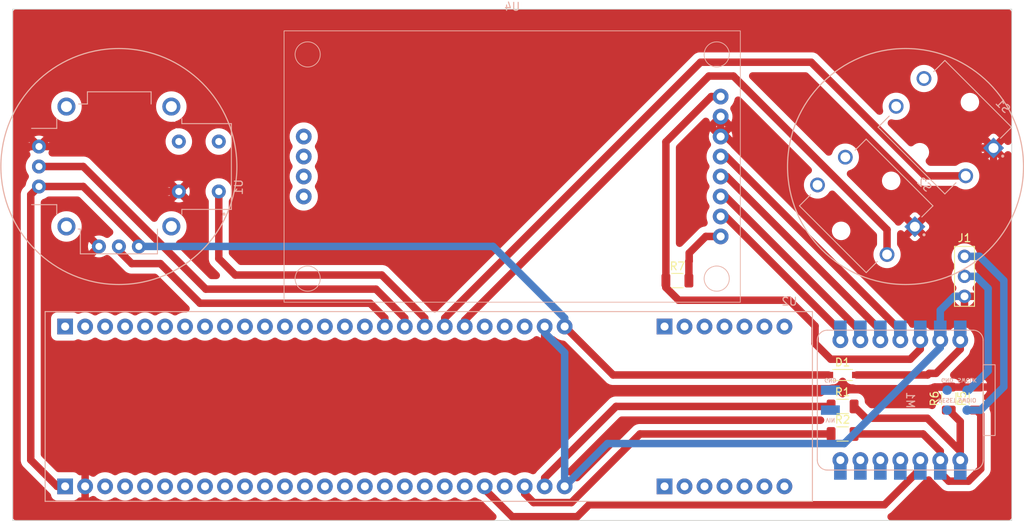
<source format=kicad_pcb>
(kicad_pcb (version 20240108) (generator "pcbnew") (generator_version "8.0")
  (layers (0 "F.Cu" signal) (31 "B.Cu" signal) (34 "B.Paste" user) (35 "F.Paste" user) (36 "B.SilkS" user "B.Silkscreen") (37 "F.SilkS" user "F.Silkscreen") (38 "B.Mask" user) (39 "F.Mask" user) (44 "Edge.Cuts" user))
  (net 0 "")
  (net 1 "+5V")
  (net 2 "GND")
  (net 3 "Net-(U1-SEL+)")
  (net 4 "Net-(U1-H)")
  (net 5 "Net-(U1-V)")
  (net 6 "Net-(U2B-P1.4{slash}GPIO)")
  (net 7 "Net-(U2B-P1.3{slash}GPIO)")
  (net 44 "Net-(D1-K)")
  (net 45 "Net-(J1-Pin_2)")
  (net 46 "Net-(J1-Pin_1)")
  (net 47 "Net-(M1-D0)")
  (net 48 "Net-(M1-D1)")
  (net 49 "Net-(M1-D2)")
  (net 54 "Net-(M1-D7)")
  (net 55 "Net-(M1-D8)")
  (net 56 "Net-(M1-D9)")
  (net 57 "Net-(M1-D10)")
  (net 58 "+3.3V")
  (net 63 "Net-(U2B-P3.0{slash}GPIO)")
  (net 64 "Net-(U2B-P3.1{slash}GPIO)")
  (net 66 "Net-(U4-LED)")
  (footprint "Resistor_SMD:R_1206_3216Metric" (layer "F.Cu") (at 142 134)
    (property "Reference" "R2" (at 0 -1.82 0) (layer "F.SilkS"))
    (property "Value" "2.2kΩ")
    (fp_line (start -0.727064 -0.91) (end 0.727064 -0.91) (stroke (width 0.12)) (layer "F.SilkS"))
    (fp_line (start -0.727064 0.91) (end 0.727064 0.91) (stroke (width 0.12)) (layer "F.SilkS"))
    (pad "1" smd roundrect (at -1.4625 0) (size 1.125 1.75) (layers "F.Cu" "F.Paste" "F.Mask") (roundrect_rratio 0.222222) (net 64 "Net-(U2B-P3.1{slash}GPIO)"))
    (pad "2" smd roundrect (at 1.4625 0) (size 1.125 1.75) (layers "F.Cu" "F.Paste" "F.Mask") (roundrect_rratio 0.222222) (net 48 "Net-(M1-D1)"))
  )
  (footprint "fab:SOD-123" (layer "F.Cu") (at 142 126.5 180)
    (property "Reference" "D1" (at 0 1.6 180) (layer "F.SilkS"))
    (property "Value" "Diode")
    (fp_line (start -1.25 0.7) (end 1.25 0.7) (stroke (width 0.12)) (layer "F.SilkS"))
    (fp_line (start -1.25 -0.7) (end 1.25 -0.7) (stroke (width 0.12)) (layer "F.SilkS"))
    (pad "1" smd rect (at -1.8 0 180) (size 1.2 0.8) (layers "F.Cu" "F.Paste" "F.Mask") (net 44 "Net-(D1-K)"))
    (pad "2" smd rect (at 1.8 0 180) (size 1.2 0.8) (layers "F.Cu" "F.Paste" "F.Mask") (net 1 "+5V"))
  )
  (footprint "Resistor_SMD:R_1206_3216Metric" (layer "F.Cu") (at 142 130.5)
    (property "Reference" "R1" (at 0 -1.82 0) (layer "F.SilkS"))
    (property "Value" "2.2kΩ" (hide yes))
    (fp_line (start -0.727064 -0.91) (end 0.727064 -0.91) (stroke (width 0.12)) (layer "F.SilkS"))
    (fp_line (start -0.727064 0.91) (end 0.727064 0.91) (stroke (width 0.12)) (layer "F.SilkS"))
    (pad "1" smd roundrect (at -1.4625 0) (size 1.125 1.75) (layers "F.Cu" "F.Paste" "F.Mask") (roundrect_rratio 0.222222) (net 63 "Net-(U2B-P3.0{slash}GPIO)"))
    (pad "2" smd roundrect (at 1.4625 0) (size 1.125 1.75) (layers "F.Cu" "F.Paste" "F.Mask") (roundrect_rratio 0.222222) (net 47 "Net-(M1-D0)"))
  )
  (footprint "fab:PinHeader_1x03_P2.54mm_Vertical_THT_D1mm" (layer "F.Cu") (at 157.5 111.42)
    (property "Reference" "J1" (at 0 -2.33 0) (layer "F.SilkS"))
    (property "Value" "SWD")
    (fp_line (start -1.27 -1.27) (end -1.27 6.35) (stroke (width 0.12)) (layer "F.SilkS"))
    (fp_line (start -1.27 -1.27) (end 1.27 -1.27) (stroke (width 0.12)) (layer "F.SilkS"))
    (fp_line (start -1.27 6.35) (end 1.27 6.35) (stroke (width 0.12)) (layer "F.SilkS"))
    (fp_line (start 1.27 -1.27) (end 1.27 6.35) (stroke (width 0.12)) (layer "F.SilkS"))
    (pad "1" thru_hole oval (at 0 0) (size 1.7 1.7) (drill 1) (layers "*.Cu" "*.Mask") (net 46 "Net-(J1-Pin_1)"))
    (pad "2" thru_hole oval (at 0 2.54) (size 1.7 1.7) (drill 1) (layers "*.Cu" "*.Mask") (net 45 "Net-(J1-Pin_2)"))
    (pad "3" thru_hole oval (at 0 5.08) (size 1.7 1.7) (drill 1) (layers "*.Cu" "*.Mask") (net 2 "GND"))
  )
  (footprint "Resistor_SMD:R_1206_3216Metric" (layer "F.Cu") (at 121 114.5)
    (property "Reference" "R7" (at 0 -1.82 0) (layer "F.SilkS"))
    (property "Value" "110Ω")
    (fp_line (start -0.727064 -0.91) (end 0.727064 -0.91) (stroke (width 0.12)) (layer "F.SilkS"))
    (fp_line (start -0.727064 0.91) (end 0.727064 0.91) (stroke (width 0.12)) (layer "F.SilkS"))
    (pad "1" smd roundrect (at -1.4625 0) (size 1.125 1.75) (layers "F.Cu" "F.Paste" "F.Mask") (roundrect_rratio 0.222222) (net 58 "+3.3V"))
    (pad "2" smd roundrect (at 1.4625 0) (size 1.125 1.75) (layers "F.Cu" "F.Paste" "F.Mask") (roundrect_rratio 0.222222) (net 66 "Net-(U4-LED)"))
  )
  (footprint "Resistor_SMD:R_1206_3216Metric" (layer "F.Cu") (at 155.5 129.5 90)
    (property "Reference" "R6" (at 0 -1.82 -90) (layer "F.SilkS"))
    (property "Value" "3.3kΩ")
    (fp_line (start -0.727064 -0.91) (end 0.727064 -0.91) (stroke (width 0.12)) (layer "F.SilkS"))
    (fp_line (start -0.727064 0.91) (end 0.727064 0.91) (stroke (width 0.12)) (layer "F.SilkS"))
    (pad "1" smd roundrect (at -1.4625 0 90) (size 1.125 1.75) (layers "F.Cu" "F.Paste" "F.Mask") (roundrect_rratio 0.222222) (net 47 "Net-(M1-D0)"))
    (pad "2" smd roundrect (at 1.4625 0 90) (size 1.125 1.75) (layers "F.Cu" "F.Paste" "F.Mask") (roundrect_rratio 0.222222) (net 2 "GND"))
  )
  (footprint "Resistor_SMD:R_1206_3216Metric" (layer "F.Cu") (at 159 129.5 90)
    (property "Reference" "R5" (at 0 -1.82 -90) (layer "F.SilkS"))
    (property "Value" "3.3kΩ")
    (fp_line (start -0.727064 -0.91) (end 0.727064 -0.91) (stroke (width 0.12)) (layer "F.SilkS"))
    (fp_line (start -0.727064 0.91) (end 0.727064 0.91) (stroke (width 0.12)) (layer "F.SilkS"))
    (pad "1" smd roundrect (at -1.4625 0 90) (size 1.125 1.75) (layers "F.Cu" "F.Paste" "F.Mask") (roundrect_rratio 0.222222) (net 48 "Net-(M1-D1)"))
    (pad "2" smd roundrect (at 1.4625 0 90) (size 1.125 1.75) (layers "F.Cu" "F.Paste" "F.Mask") (roundrect_rratio 0.222222) (net 2 "GND"))
  )
  (footprint "B3F-4055:SW_B3F-4055" (layer "B.Cu") (at 145 105 135)
    (property "Reference" "S2" (at -3.325 7.135 135) (layer "B.SilkS") (effects (justify mirror)))
    (property "Value" "B3F-4055")
    (fp_line (start 6 -6) (end 6 -4) (stroke (width 0.127)) (layer "B.SilkS"))
    (fp_line (start 6 6) (end 6 4) (stroke (width 0.127)) (layer "B.SilkS"))
    (fp_line (start -6 -6) (end 6 -6) (stroke (width 0.127)) (layer "B.SilkS"))
    (fp_line (start -6 -4) (end -6 -6) (stroke (width 0.127)) (layer "B.SilkS"))
    (fp_line (start -6 4) (end -6 6) (stroke (width 0.127)) (layer "B.SilkS"))
    (fp_line (start -6 6) (end 6 6) (stroke (width 0.127)) (layer "B.SilkS"))
    (fp_circle (center -7.8 2.600001) (end -7.7 2.6) (stroke (width 0.2)) (fill none) (layer "B.SilkS"))
    (pad "" np_thru_hole circle (at 0 -4.500001 135) (size 1.85 1.85) (drill 1.85) (layers "*.Cu" "*.Mask"))
    (pad "" np_thru_hole circle (at 0 4.500001 135) (size 1.85 1.85) (drill 1.85) (layers "*.Cu" "*.Mask"))
    (pad "1" thru_hole rect (at -6.249999 2.5 135) (size 1.875 1.875) (drill 1.25) (layers "*.Cu" "*.Mask") (net 2 "GND"))
    (pad "2" thru_hole circle (at 6.249999 2.5 135) (size 1.875 1.875) (drill 1.25) (layers "*.Cu" "*.Mask"))
    (pad "3" thru_hole circle (at -6.249999 -2.5 135) (size 1.875 1.875) (drill 1.25) (layers "*.Cu" "*.Mask") (net 6 "Net-(U2B-P1.4{slash}GPIO)"))
    (pad "4" thru_hole circle (at 6.249999 -2.5 135) (size 1.875 1.875) (drill 1.25) (layers "*.Cu" "*.Mask"))
  )
  (footprint "Display:ST7735" (layer "B.Cu") (at 100 100 180)
    (property "Reference" "U4" (at 0 20.32 0) (layer "B.SilkS") (effects (justify mirror)))
    (property "Value" "~")
    (fp_rect (start -29 17.25) (end 29 -17.25) (stroke (width 0.1)) (fill none) (layer "B.SilkS"))
    (fp_circle (center 26 14.25) (end 27.6 14.25) (stroke (width 0.1)) (fill none) (layer "B.SilkS"))
    (fp_circle (center 26 -14.25) (end 27.6 -14.25) (stroke (width 0.1)) (fill none) (layer "B.SilkS"))
    (fp_circle (center -26 14.25) (end -24.4 14.25) (stroke (width 0.1)) (fill none) (layer "B.SilkS"))
    (fp_circle (center -26 -14.25) (end -24.4 -14.25) (stroke (width 0.1)) (fill none) (layer "B.SilkS"))
    (pad "1" thru_hole oval (at -26.5 8.89 270) (size 2 2) (drill 1.02) (layers "*.Cu" "*.Mask") (net 58 "+3.3V"))
    (pad "2" thru_hole oval (at -26.5 6.35 270) (size 2 2) (drill 1.02) (layers "*.Cu" "*.Mask") (net 2 "GND"))
    (pad "3" thru_hole oval (at -26.5 3.81 270) (size 2 2) (drill 1.02) (layers "*.Cu" "*.Mask") (net 2 "GND"))
    (pad "4" thru_hole oval (at -26.5 1.27 270) (size 2 2) (drill 1.02) (layers "*.Cu" "*.Mask") (net 57 "Net-(M1-D10)"))
    (pad "5" thru_hole oval (at -26.5 -1.27 270) (size 2 2) (drill 1.02) (layers "*.Cu" "*.Mask") (net 56 "Net-(M1-D9)"))
    (pad "6" thru_hole oval (at -26.5 -3.81 270) (size 2 2) (drill 1.02) (layers "*.Cu" "*.Mask") (net 55 "Net-(M1-D8)"))
    (pad "7" thru_hole oval (at -26.5 -6.35 270) (size 2 2) (drill 1.02) (layers "*.Cu" "*.Mask") (net 54 "Net-(M1-D7)"))
    (pad "8" thru_hole oval (at -26.5 -8.89 270) (size 2 2) (drill 1.02) (layers "*.Cu" "*.Mask") (net 66 "Net-(U4-LED)"))
    (pad "9" thru_hole oval (at 26.5 3.81 270) (size 2 2) (drill 1.02) (layers "*.Cu" "*.Mask"))
    (pad "10" thru_hole oval (at 26.5 1.27 90) (size 2 2) (drill 1.02) (layers "*.Cu" "*.Mask"))
    (pad "11" thru_hole oval (at 26.5 -1.27 270) (size 2 2) (drill 1.02) (layers "*.Cu" "*.Mask"))
    (pad "12" thru_hole oval (at 26.5 -3.81 270) (size 2 2) (drill 1.02) (layers "*.Cu" "*.Mask"))
  )
  (footprint "CY8C58LP:MODULE_CY8CKIT-059" (layer "B.Cu") (at 88.8875 130.5 180)
    (property "Reference" "U2" (at -46.355 13.335 0) (layer "B.SilkS") (effects (justify mirror)))
    (property "Value" "CY8CKIT-059")
    (fp_line (start 48.26 12.0574) (end -49.276 12.0574) (stroke (width 0.127)) (layer "B.SilkS"))
    (fp_line (start 48.26 -12.065) (end 48.26 12.0574) (stroke (width 0.127)) (layer "B.SilkS"))
    (fp_line (start -49.276 12.0574) (end -49.276 -12.065) (stroke (width 0.127)) (layer "B.SilkS"))
    (fp_line (start -49.276 -12.065) (end 48.26 -12.065) (stroke (width 0.127)) (layer "B.SilkS"))
    (pad "J1.1" thru_hole rect (at 45.72 10.16 180) (size 2 2) (drill 1.02) (layers "*.Cu" "*.Mask"))
    (pad "J1.2" thru_hole circle (at 43.18 10.16 180) (size 2 2) (drill 1.02) (layers "*.Cu" "*.Mask"))
    (pad "J1.3" thru_hole circle (at 40.64 10.16 180) (size 2 2) (drill 1.02) (layers "*.Cu" "*.Mask"))
    (pad "J1.4" thru_hole circle (at 38.1 10.16 180) (size 2 2) (drill 1.02) (layers "*.Cu" "*.Mask"))
    (pad "J1.5" thru_hole circle (at 35.56 10.16 180) (size 2 2) (drill 1.02) (layers "*.Cu" "*.Mask"))
    (pad "J1.6" thru_hole circle (at 33.02 10.16 180) (size 2 2) (drill 1.02) (layers "*.Cu" "*.Mask"))
    (pad "J1.7" thru_hole circle (at 30.48 10.16 180) (size 2 2) (drill 1.02) (layers "*.Cu" "*.Mask"))
    (pad "J1.8" thru_hole circle (at 27.94 10.16 180) (size 2 2) (drill 1.02) (layers "*.Cu" "*.Mask"))
    (pad "J1.9" thru_hole circle (at 25.4 10.16 180) (size 2 2) (drill 1.02) (layers "*.Cu" "*.Mask"))
    (pad "J1.10" thru_hole circle (at 22.86 10.16 180) (size 2 2) (drill 1.02) (layers "*.Cu" "*.Mask"))
    (pad "J1.11" thru_hole circle (at 20.32 10.16 180) (size 2 2) (drill 1.02) (layers "*.Cu" "*.Mask"))
    (pad "J1.12" thru_hole circle (at 17.78 10.16 180) (size 2 2) (drill 1.02) (layers "*.Cu" "*.Mask"))
    (pad "J1.13" thru_hole circle (at 15.24 10.16 180) (size 2 2) (drill 1.02) (layers "*.Cu" "*.Mask"))
    (pad "J1.14" thru_hole circle (at 12.7 10.16 180) (size 2 2) (drill 1.02) (layers "*.Cu" "*.Mask"))
    (pad "J1.15" thru_hole circle (at 10.16 10.16 180) (size 2 2) (drill 1.02) (layers "*.Cu" "*.Mask"))
    (pad "J1.16" thru_hole circle (at 7.62 10.16 180) (size 2 2) (drill 1.02) (layers "*.Cu" "*.Mask"))
    (pad "J1.17" thru_hole circle (at 5.08 10.16 180) (size 2 2) (drill 1.02) (layers "*.Cu" "*.Mask") (net 5 "Net-(U1-V)"))
    (pad "J1.18" thru_hole circle (at 2.54 10.16 180) (size 2 2) (drill 1.02) (layers "*.Cu" "*.Mask") (net 4 "Net-(U1-H)"))
    (pad "J1.19" thru_hole circle (at 0 10.16 180) (size 2 2) (drill 1.02) (layers "*.Cu" "*.Mask") (net 3 "Net-(U1-SEL+)"))
    (pad "J1.20" thru_hole circle (at -2.54 10.16 180) (size 2 2) (drill 1.02) (layers "*.Cu" "*.Mask") (net 7 "Net-(U2B-P1.3{slash}GPIO)"))
    (pad "J1.21" thru_hole circle (at -5.08 10.16 180) (size 2 2) (drill 1.02) (layers "*.Cu" "*.Mask") (net 6 "Net-(U2B-P1.4{slash}GPIO)"))
    (pad "J1.22" thru_hole circle (at -7.62 10.16 180) (size 2 2) (drill 1.02) (layers "*.Cu" "*.Mask"))
    (pad "J1.23" thru_hole circle (at -10.16 10.16 180) (size 2 2) (drill 1.02) (layers "*.Cu" "*.Mask"))
    (pad "J1.24" thru_hole circle (at -12.7 10.16 180) (size 2 2) (drill 1.02) (layers "*.Cu" "*.Mask"))
    (pad "J1.25" thru_hole circle (at -15.24 10.16 180) (size 2 2) (drill 1.02) (layers "*.Cu" "*.Mask") (net 2 "GND"))
    (pad "J1.26" thru_hole circle (at -17.78 10.16 180) (size 2 2) (drill 1.02) (layers "*.Cu" "*.Mask") (net 1 "+5V"))
    (pad "J2.1" thru_hole rect (at 45.72 -10.16 180) (size 2 2) (drill 1.02) (layers "*.Cu" "*.Mask") (net 1 "+5V"))
    (pad "J2.2" thru_hole circle (at 43.18 -10.16 180) (size 2 2) (drill 1.02) (layers "*.Cu" "*.Mask") (net 2 "GND"))
    (pad "J2.3" thru_hole circle (at 40.64 -10.16 180) (size 2 2) (drill 1.02) (layers "*.Cu" "*.Mask"))
    (pad "J2.4" thru_hole circle (at 38.1 -10.16 180) (size 2 2) (drill 1.02) (layers "*.Cu" "*.Mask"))
    (pad "J2.5" thru_hole circle (at 35.56 -10.16 180) (size 2 2) (drill 1.02) (layers "*.Cu" "*.Mask"))
    (pad "J2.6" thru_hole circle (at 33.02 -10.16 180) (size 2 2) (drill 1.02) (layers "*.Cu" "*.Mask"))
    (pad "J2.7" thru_hole circle (at 30.48 -10.16 180) (size 2 2) (drill 1.02) (layers "*.Cu" "*.Mask"))
    (pad "J2.8" thru_hole circle (at 27.94 -10.16 180) (size 2 2) (drill 1.02) (layers "*.Cu" "*.Mask"))
    (pad "J2.9" thru_hole circle (at 25.4 -10.16 180) (size 2 2) (drill 1.02) (layers "*.Cu" "*.Mask"))
    (pad "J2.10" thru_hole circle (at 22.86 -10.16 180) (size 2 2) (drill 1.02) (layers "*.Cu" "*.Mask"))
    (pad "J2.11" thru_hole circle (at 20.32 -10.16 180) (size 2 2) (drill 1.02) (layers "*.Cu" "*.Mask"))
    (pad "J2.12" thru_hole circle (at 17.78 -10.16 180) (size 2 2) (drill 1.02) (layers "*.Cu" "*.Mask"))
    (pad "J2.13" thru_hole circle (at 15.24 -10.16 180) (size 2 2) (drill 1.02) (layers "*.Cu" "*.Mask"))
    (pad "J2.14" thru_hole circle (at 12.7 -10.16 180) (size 2 2) (drill 1.02) (layers "*.Cu" "*.Mask"))
    (pad "J2.15" thru_hole circle (at 10.16 -10.16 180) (size 2 2) (drill 1.02) (layers "*.Cu" "*.Mask"))
    (pad "J2.16" thru_hole circle (at 7.62 -10.16 180) (size 2 2) (drill 1.02) (layers "*.Cu" "*.Mask"))
    (pad "J2.17" thru_hole circle (at 5.08 -10.16 180) (size 2 2) (drill 1.02) (layers "*.Cu" "*.Mask"))
    (pad "J2.18" thru_hole circle (at 2.54 -10.16 180) (size 2 2) (drill 1.02) (layers "*.Cu" "*.Mask"))
    (pad "J2.19" thru_hole circle (at 0 -10.16 180) (size 2 2) (drill 1.02) (layers "*.Cu" "*.Mask"))
    (pad "J2.20" thru_hole circle (at -2.54 -10.16 180) (size 2 2) (drill 1.02) (layers "*.Cu" "*.Mask"))
    (pad "J2.21" thru_hole circle (at -5.08 -10.16 180) (size 2 2) (drill 1.02) (layers "*.Cu" "*.Mask"))
    (pad "J2.22" thru_hole circle (at -7.62 -10.16 180) (size 2 2) (drill 1.02) (layers "*.Cu" "*.Mask") (net 49 "Net-(M1-D2)"))
    (pad "J2.23" thru_hole circle (at -10.16 -10.16 180) (size 2 2) (drill 1.02) (layers "*.Cu" "*.Mask"))
    (pad "J2.24" thru_hole circle (at -12.7 -10.16 180) (size 2 2) (drill 1.02) (layers "*.Cu" "*.Mask") (net 64 "Net-(U2B-P3.1{slash}GPIO)"))
    (pad "J2.25" thru_hole circle (at -15.24 -10.16 180) (size 2 2) (drill 1.02) (layers "*.Cu" "*.Mask") (net 63 "Net-(U2B-P3.0{slash}GPIO)"))
    (pad "J2.26" thru_hole circle (at -17.78 -10.16 180) (size 2 2) (drill 1.02) (layers "*.Cu" "*.Mask") (net 2 "GND"))
    (pad "J8.1" thru_hole rect (at -30.48 -10.16 180) (size 2 2) (drill 1.02) (layers "*.Cu" "*.Mask"))
    (pad "J8.2" thru_hole circle (at -33.02 -10.16 180) (size 2 2) (drill 1.02) (layers "*.Cu" "*.Mask"))
    (pad "J8.3" thru_hole circle (at -35.56 -10.16 180) (size 2 2) (drill 1.02) (layers "*.Cu" "*.Mask"))
    (pad "J8.4" thru_hole circle (at -38.1 -10.16 180) (size 2 2) (drill 1.02) (layers "*.Cu" "*.Mask"))
    (pad "J8.5" thru_hole circle (at -40.64 -10.16 180) (size 2 2) (drill 1.02) (layers "*.Cu" "*.Mask"))
    (pad "J8.6" thru_hole circle (at -43.18 -10.16 180) (size 2 2) (drill 1.02) (layers "*.Cu" "*.Mask"))
    (pad "J8.7" thru_hole circle (at -45.72 -10.16 180) (size 2 2) (drill 1.02) (layers "*.Cu" "*.Mask"))
    (pad "J9.1" thru_hole rect (at -30.48 10.16 180) (size 2 2) (drill 1.02) (layers "*.Cu" "*.Mask"))
    (pad "J9.2" thru_hole circle (at -33.02 10.16 180) (size 2 2) (drill 1.02) (layers "*.Cu" "*.Mask"))
    (pad "J9.3" thru_hole circle (at -35.56 10.16 180) (size 2 2) (drill 1.02) (layers "*.Cu" "*.Mask"))
    (pad "J9.4" thru_hole circle (at -38.1 10.16 180) (size 2 2) (drill 1.02) (layers "*.Cu" "*.Mask"))
    (pad "J9.5" thru_hole circle (at -40.64 10.16 180) (size 2 2) (drill 1.02) (layers "*.Cu" "*.Mask"))
    (pad "J9.6" thru_hole circle (at -43.18 10.16 180) (size 2 2) (drill 1.02) (layers "*.Cu" "*.Mask"))
    (pad "J9.7" thru_hole circle (at -45.72 10.16 180) (size 2 2) (drill 1.02) (layers "*.Cu" "*.Mask"))
  )
  (footprint "fab:SeeedStudio_XIAO_RP2040" (layer "B.Cu") (at 149.3375 129.7 90)
    (property "Reference" "M1" (at 0 1.27 -90) (layer "B.SilkS") (effects (justify mirror)))
    (property "Value" "RP2040")
    (fp_line (start 7.6225 -10.551) (end -7.6175 -10.551) (stroke (width 0.12)) (layer "B.SilkS"))
    (fp_line (start -8.8875 -9.281) (end -8.8875 9.261) (stroke (width 0.12)) (layer "B.SilkS"))
    (fp_line (start 8.8925 9.261) (end 8.8925 -9.281) (stroke (width 0.12)) (layer "B.SilkS"))
    (fp_line (start -7.6175 10.531) (end 7.6225 10.531) (stroke (width 0.12)) (layer "B.SilkS"))
    (fp_rect (start -4.4975 10.531) (end 4.5025 12.055) (stroke (width 0.12)) (fill none) (layer "B.SilkS"))
    (fp_arc (start 7.6225 -10.551) (mid 8.520526 -10.179026) (end 8.8925 -9.281) (stroke (width 0.12)) (layer "B.SilkS"))
    (fp_arc (start -8.8875 -9.281) (mid -8.515526 -10.179026) (end -7.6175 -10.551) (stroke (width 0.12)) (layer "B.SilkS"))
    (fp_arc (start 8.8925 9.261) (mid 8.520526 10.159026) (end 7.6225 10.531) (stroke (width 0.12)) (layer "B.SilkS"))
    (fp_arc (start -7.6175 10.531) (mid -8.515526 10.159026) (end -8.8875 9.261) (stroke (width 0.12)) (layer "B.SilkS"))
    (fp_text user "RESET" (at 0 5.96 180) (layer "B.SilkS") (effects (font (size 0.5 0.5) (thickness 0.1) (bold yes)) (justify mirror)))
    (fp_text user "GND" (at 2.545 -8.89 180) (layer "B.SilkS") (effects (font (size 0.5 0.5) (thickness 0.1) (bold yes)) (justify mirror)))
    (fp_text user "SWCLK" (at 2.54 8.5 180) (layer "B.SilkS") (effects (font (size 0.5 0.5) (thickness 0.1) (bold yes)) (justify mirror)))
    (fp_text user "SWDIO" (at 0 8.5 180) (layer "B.SilkS") (effects (font (size 0.5 0.5) (thickness 0.1) (bold yes)) (justify mirror)))
    (fp_text user "GND" (at 2.54 5.96 180) (layer "B.SilkS") (effects (font (size 0.5 0.5) (thickness 0.1) (bold yes)) (justify mirror)))
    (fp_text user "VIN" (at -2.535 -8.89 180) (layer "B.SilkS") (effects (font (size 0.5 0.5) (thickness 0.1) (bold yes)) (justify mirror)))
    (pad "1" thru_hole circle (at -7.615 7.62 90) (size 2 2) (drill 1.02) (layers "*.Cu" "*.Mask") (net 47 "Net-(M1-D0)"))
    (pad "1" smd rect (at -7.615 7.62 90) (size 3 1.6) (drill (offset -1 0)) (layers "B.Cu" "B.Paste" "B.Mask") (net 47 "Net-(M1-D0)"))
    (pad "2" thru_hole circle (at -7.615 5.08 90) (size 2 2) (drill 1.02) (layers "*.Cu" "*.Mask") (net 48 "Net-(M1-D1)"))
    (pad "2" smd rect (at -7.615 5.08 90) (size 3 1.6) (drill (offset -1 0)) (layers "B.Cu" "B.Paste" "B.Mask") (net 48 "Net-(M1-D1)"))
    (pad "3" thru_hole circle (at -7.615 2.54 90) (size 2 2) (drill 1.02) (layers "*.Cu" "*.Mask") (net 49 "Net-(M1-D2)"))
    (pad "3" smd rect (at -7.615 2.54 90) (size 3 1.6) (drill (offset -1 0)) (layers "B.Cu" "B.Paste" "B.Mask") (net 49 "Net-(M1-D2)"))
    (pad "4" thru_hole circle (at -7.615 0 90) (size 2 2) (drill 1.02) (layers "*.Cu" "*.Mask"))
    (pad "4" smd rect (at -7.615 0 90) (size 3 1.6) (drill (offset -1 0)) (layers "B.Cu" "B.Paste" "B.Mask"))
    (pad "5" thru_hole circle (at -7.615 -2.54 90) (size 2 2) (drill 1.02) (layers "*.Cu" "*.Mask"))
    (pad "5" smd rect (at -7.615 -2.54 90) (size 3 1.6) (drill (offset -1 0)) (layers "B.Cu" "B.Paste" "B.Mask"))
    (pad "6" thru_hole circle (at -7.615 -5.08 90) (size 2 2) (drill 1.02) (layers "*.Cu" "*.Mask"))
    (pad "6" smd rect (at -7.615 -5.08 90) (size 3 1.6) (drill (offset -1 0)) (layers "B.Cu" "B.Paste" "B.Mask"))
    (pad "7" thru_hole circle (at -7.615 -7.62 90) (size 2 2) (drill 1.02) (layers "*.Cu" "*.Mask"))
    (pad "7" smd rect (at -7.615 -7.62 90) (size 3 1.6) (drill (offset -1 0)) (layers "B.Cu" "B.Paste" "B.Mask"))
    (pad "8" thru_hole circle (at 7.62 -7.62 90) (size 2 2) (drill 1.02) (layers "*.Cu" "*.Mask") (net 54 "Net-(M1-D7)"))
    (pad "8" smd rect (at 7.62 -7.62 90) (size 3 1.6) (drill (offset 1 0)) (layers "B.Cu" "B.Paste" "B.Mask") (net 54 "Net-(M1-D7)"))
    (pad "9" thru_hole circle (at 7.62 -5.08 90) (size 2 2) (drill 1.02) (layers "*.Cu" "*.Mask") (net 55 "Net-(M1-D8)"))
    (pad "9" smd rect (at 7.62 -5.08 90) (size 3 1.6) (drill (offset 1 0)) (layers "B.Cu" "B.Paste" "B.Mask") (net 55 "Net-(M1-D8)"))
    (pad "10" thru_hole circle (at 7.62 -2.54 90) (size 2 2) (drill 1.02) (layers "*.Cu" "*.Mask") (net 56 "Net-(M1-D9)"))
    (pad "10" smd rect (at 7.62 -2.54 90) (size 3 1.6) (drill (offset 1 0)) (layers "B.Cu" "B.Paste" "B.Mask") (net 56 "Net-(M1-D9)"))
    (pad "11" thru_hole circle (at 7.62 0 90) (size 2 2) (drill 1.02) (layers "*.Cu" "*.Mask") (net 57 "Net-(M1-D10)"))
    (pad "11" smd rect (at 7.62 0 90) (size 3 1.6) (drill (offset 1 0)) (layers "B.Cu" "B.Paste" "B.Mask") (net 57 "Net-(M1-D10)"))
    (pad "12" thru_hole circle (at 7.62 2.54 90) (size 2 2) (drill 1.02) (layers "*.Cu" "*.Mask") (net 58 "+3.3V"))
    (pad "12" smd rect (at 7.62 2.54 90) (size 3 1.6) (drill (offset 1 0)) (layers "B.Cu" "B.Paste" "B.Mask") (net 58 "+3.3V"))
    (pad "13" thru_hole circle (at 7.62 5.08 90) (size 2 2) (drill 1.02) (layers "*.Cu" "*.Mask") (net 2 "GND"))
    (pad "13" smd rect (at 7.62 5.08 90) (size 3 1.6) (drill (offset 1 0)) (layers "B.Cu" "B.Paste" "B.Mask") (net 2 "GND"))
    (pad "14" thru_hole circle (at 7.62 7.62 90) (size 2 2) (drill 1.02) (layers "*.Cu" "*.Mask") (net 44 "Net-(D1-K)"))
    (pad "14" smd rect (at 7.62 7.62 90) (size 3 1.6) (drill (offset 1 0)) (layers "B.Cu" "B.Paste" "B.Mask") (net 44 "Net-(D1-K)"))
    (pad "15" smd rect (at 1.275 -8.89 180) (size 2.4 1.2) (layers "B.Cu" "B.Paste" "B.Mask"))
    (pad "16" smd rect (at -1.265 -8.89 180) (size 2.4 1.2) (layers "B.Cu" "B.Paste" "B.Mask"))
    (pad "17" smd circle (at -1.27 8.5 90) (size 1.2 1.2) (layers "B.Cu" "B.Paste" "B.Mask") (net 46 "Net-(J1-Pin_1)"))
    (pad "18" smd circle (at -1.27 5.96 90) (size 1.2 1.2) (layers "B.Cu" "B.Paste" "B.Mask"))
    (pad "19" smd circle (at 1.27 5.96 90) (size 1.2 1.2) (layers "B.Cu" "B.Paste" "B.Mask"))
    (pad "20" smd circle (at 1.27 8.5 90) (size 1.2 1.2) (layers "B.Cu" "B.Paste" "B.Mask") (net 45 "Net-(J1-Pin_2)"))
  )
  (footprint "B3F-4055:SW_B3F-4055" (layer "B.Cu") (at 155 95 135)
    (property "Reference" "S1" (at -3.325 7.135 135) (layer "B.SilkS") (effects (justify mirror)))
    (property "Value" "B3F-4055")
    (fp_line (start 6 -6) (end 6 -4) (stroke (width 0.127)) (layer "B.SilkS"))
    (fp_line (start 6 6) (end 6 4) (stroke (width 0.127)) (layer "B.SilkS"))
    (fp_line (start -6 -6) (end 6 -6) (stroke (width 0.127)) (layer "B.SilkS"))
    (fp_line (start -6 -4) (end -6 -6) (stroke (width 0.127)) (layer "B.SilkS"))
    (fp_line (start -6 4) (end -6 6) (stroke (width 0.127)) (layer "B.SilkS"))
    (fp_line (start -6 6) (end 6 6) (stroke (width 0.127)) (layer "B.SilkS"))
    (fp_circle (center -7.8 2.600001) (end -7.7 2.6) (stroke (width 0.2)) (fill none) (layer "B.SilkS"))
    (pad "" np_thru_hole circle (at 0 -4.500001 135) (size 1.85 1.85) (drill 1.85) (layers "*.Cu" "*.Mask"))
    (pad "" np_thru_hole circle (at 0 4.500001 135) (size 1.85 1.85) (drill 1.85) (layers "*.Cu" "*.Mask"))
    (pad "1" thru_hole rect (at -6.249999 2.5 135) (size 1.875 1.875) (drill 1.25) (layers "*.Cu" "*.Mask") (net 2 "GND"))
    (pad "2" thru_hole circle (at 6.249999 2.5 135) (size 1.875 1.875) (drill 1.25) (layers "*.Cu" "*.Mask"))
    (pad "3" thru_hole circle (at -6.249999 -2.5 135) (size 1.875 1.875) (drill 1.25) (layers "*.Cu" "*.Mask") (net 7 "Net-(U2B-P1.3{slash}GPIO)"))
    (pad "4" thru_hole circle (at 6.249999 -2.5 135) (size 1.875 1.875) (drill 1.25) (layers "*.Cu" "*.Mask"))
  )
  (footprint "COM_09032:XDCR_COM-09032" (layer "B.Cu") (at 50 100 90)
    (property "Reference" "U1" (at -2.625 15.235 -90) (layer "B.SilkS") (effects (justify mirror)))
    (property "Value" "COM-09032")
    (fp_line (start -4.85 -11.1) (end -4.85 -7.9) (stroke (width 0.127)) (layer "B.SilkS"))
    (fp_line (start 6.08 -7.9) (end 4.85 -7.9) (stroke (width 0.127)) (layer "B.SilkS"))
    (fp_line (start 4.85 -7.9) (end 4.85 -11.1) (stroke (width 0.127)) (layer "B.SilkS"))
    (fp_line (start -4.85 -7.9) (end -6.07 -7.9) (stroke (width 0.127)) (layer "B.SilkS"))
    (fp_line (start -7.95 -5.17) (end -7.95 -4.9) (stroke (width 0.127)) (layer "B.SilkS"))
    (fp_line (start -7.95 -4.9) (end -11.1 -4.9) (stroke (width 0.127)) (layer "B.SilkS"))
    (fp_line (start -11.1 -4.9) (end -11.1 4.9) (stroke (width 0.127)) (layer "B.SilkS"))
    (fp_line (start 9.5 -4) (end 7.95 -4) (stroke (width 0.127)) (layer "B.SilkS"))
    (fp_line (start 7.95 -4) (end 7.95 -5.12) (stroke (width 0.127)) (layer "B.SilkS"))
    (fp_line (start 9.5 4.1) (end 9.5 -4) (stroke (width 0.127)) (layer "B.SilkS"))
    (fp_line (start 7.95 4.1) (end 9.5 4.1) (stroke (width 0.127)) (layer "B.SilkS"))
    (fp_line (start -11.1 4.9) (end -7.95 4.9) (stroke (width 0.127)) (layer "B.SilkS"))
    (fp_line (start 5.45 8) (end 6.08 8) (stroke (width 0.127)) (layer "B.SilkS"))
    (fp_line (start -5.45 8) (end -5.45 14.3) (stroke (width 0.127)) (layer "B.SilkS"))
    (fp_line (start -6.07 8) (end -5.45 8) (stroke (width 0.127)) (layer "B.SilkS"))
    (fp_line (start 5.45 14.3) (end 5.45 8) (stroke (width 0.127)) (layer "B.SilkS"))
    (fp_line (start -5.45 14.3) (end 5.45 14.3) (stroke (width 0.127)) (layer "B.SilkS"))
    (fp_circle (center -6.05 13.35) (end -5.95 13.35) (stroke (width 0.2)) (fill none) (layer "B.SilkS"))
    (pad "B1A" thru_hole circle (at -3.175 12.7 90) (size 1.778 1.778) (drill 0.9) (layers "*.Cu" "*.Mask") (net 3 "Net-(U1-SEL+)"))
    (pad "B1B" thru_hole circle (at 3.175 12.7 90) (size 1.778 1.778) (drill 0.9) (layers "*.Cu" "*.Mask"))
    (pad "B2A" thru_hole circle (at -3.175 7.62 90) (size 1.778 1.778) (drill 0.9) (layers "*.Cu" "*.Mask") (net 2 "GND"))
    (pad "B2B" thru_hole circle (at 3.175 7.62 90) (size 1.778 1.778) (drill 0.9) (layers "*.Cu" "*.Mask"))
    (pad "H1" thru_hole circle (at -2.54 -10.16 90) (size 1.778 1.778) (drill 0.889) (layers "*.Cu" "*.Mask") (net 1 "+5V"))
    (pad "H2" thru_hole circle (at 0 -10.16 90) (size 1.778 1.778) (drill 0.889) (layers "*.Cu" "*.Mask") (net 4 "Net-(U1-H)"))
    (pad "H3" thru_hole circle (at 2.54 -10.16 90) (size 1.778 1.778) (drill 0.889) (layers "*.Cu" "*.Mask") (net 2 "GND"))
    (pad "S1" thru_hole circle (at -7.62 6.6675 90) (size 2.286 2.286) (drill 1.397) (layers "*.Cu" "*.Mask"))
    (pad "S2" thru_hole circle (at -7.62 -6.6675 90) (size 2.286 2.286) (drill 1.397) (layers "*.Cu" "*.Mask"))
    (pad "S3" thru_hole circle (at 7.62 -6.6675 90) (size 2.286 2.286) (drill 1.397) (layers "*.Cu" "*.Mask"))
    (pad "S4" thru_hole circle (at 7.62 6.6675 90) (size 2.286 2.286) (drill 1.397) (layers "*.Cu" "*.Mask"))
    (pad "V1" thru_hole circle (at -10.16 2.54 90) (size 1.778 1.778) (drill 0.889) (layers "*.Cu" "*.Mask") (net 1 "+5V"))
    (pad "V2" thru_hole circle (at -10.16 0 90) (size 1.778 1.778) (drill 0.889) (layers "*.Cu" "*.Mask") (net 5 "Net-(U1-V)"))
    (pad "V3" thru_hole circle (at -10.16 -2.54 90) (size 1.778 1.778) (drill 0.889) (layers "*.Cu" "*.Mask") (net 2 "GND"))
  )
  (gr_circle (center 50 100) (end 65 100) (stroke (width 0.15)) (fill none) (layer "B.SilkS"))
  (gr_circle (center 150 100) (end 165 100) (stroke (width 0.15)) (fill none) (layer "B.SilkS"))
  (gr_rect (start 36.5 80) (end 163.5 145) (stroke (width 0.1)) (fill none) (layer "Edge.Cuts"))
  (segment (start 52.54 109.613125) (end 52.54 110.16) (width 0.95) (layer "F.Cu") (net 1))
  (segment (start 42.16 140.66) (end 43.1675 140.66) (width 0.95) (layer "F.Cu") (net 1))
  (segment (start 39.84 102.54) (end 45.466875 102.54) (width 0.95) (layer "F.Cu") (net 1))
  (segment (start 45.466875 102.54) (end 52.54 109.613125) (width 0.95) (layer "F.Cu") (net 1))
  (segment (start 106.6675 120.34) (end 112.8275 126.5) (width 0.95) (layer "F.Cu") (net 1))
  (segment (start 38.79375 137.29375) (end 42.16 140.66) (width 0.95) (layer "F.Cu") (net 1))
  (segment (start 38.79375 103.58625) (end 38.79375 137.29375) (width 0.95) (layer "F.Cu") (net 1))
  (segment (start 112.8275 126.5) (end 140.2 126.5) (width 0.95) (layer "F.Cu") (net 1))
  (segment (start 39.84 102.54) (end 38.79375 103.58625) (width 0.95) (layer "F.Cu") (net 1))
  (segment (start 52.54 110.16) (end 97.569373 110.16) (width 0.95) (layer "B.Cu") (net 1))
  (segment (start 106.6675 119.258127) (end 106.6675 120.34) (width 0.95) (layer "B.Cu") (net 1))
  (segment (start 97.569373 110.16) (end 106.6675 119.258127) (width 0.95) (layer "B.Cu") (net 1))
  (segment (start 139.445236 128.5) (end 111 128.5) (width 0.95) (layer "F.Cu") (net 2))
  (segment (start 38.582765 97.46) (end 37 99.042765) (width 0.95) (layer "F.Cu") (net 2))
  (segment (start 123.148881 85) (end 96.148881 112) (width 0.95) (layer "F.Cu") (net 2))
  (segment (start 40.5875 117.0325) (end 40.5875 133.5875) (width 0.95) (layer "F.Cu") (net 2))
  (segment (start 161.187184 104.112282) (end 154.4175 110.881966) (width 0.95) (layer "F.Cu") (net 2))
  (segment (start 155.5 128.0375) (end 153.73137 128.0375) (width 0.95) (layer "F.Cu") (net 2))
  (segment (start 51.178621 103.175) (end 57.62 103.175) (width 0.95) (layer "F.Cu") (net 2))
  (segment (start 44.445 143.5) (end 45.7075 142.2375) (width 0.95) (layer "F.Cu") (net 2))
  (segment (start 126.5 96.19) (end 127.19 96.19) (width 0.95) (layer "F.Cu") (net 2))
  (segment (start 111 128.5) (end 104.1275 121.6275) (width 0.95) (layer "F.Cu") (net 2))
  (segment (start 65.536746 112) (end 64.88275 111.346004) (width 0.95) (layer "F.Cu") (net 2))
  (segment (start 104.1275 121.6275) (end 104.1275 120.34) (width 0.95) (layer "F.Cu") (net 2))
  (segment (start 47.46 110.16) (end 40.5875 117.0325) (width 0.95) (layer "F.Cu") (net 2))
  (segment (start 40.5 143.5) (end 44.445 143.5) (width 0.95) (layer "F.Cu") (net 2))
  (segment (start 153.73137 128.0375) (end 152.26887 129.5) (width 0.95) (layer "F.Cu") (net 2))
  (segment (start 37 140) (end 40.5 143.5) (width 0.95) (layer "F.Cu") (net 2))
  (segment (start 152.26887 129.5) (end 146 129.5) (width 0.95) (layer "F.Cu") (net 2))
  (segment (start 145 85) (end 123.148881 85) (width 0.95) (layer "F.Cu") (net 2))
  (segment (start 144.85625 128.35625) (end 139.588986 128.35625) (width 0.95) (layer "F.Cu") (net 2))
  (segment (start 154.4175 110.881966) (end 154.4175 122.08) (width 0.95) (layer "F.Cu") (net 2))
  (segment (start 139.588986 128.35625) (end 139.445236 128.5) (width 0.95) (layer "F.Cu") (net 2))
  (segment (start 152.96887 119.5) (end 154.4175 120.94863) (width 0.95) (layer "F.Cu") (net 2))
  (segment (start 45.463621 97.46) (end 51.178621 103.175) (width 0.95) (layer "F.Cu") (net 2))
  (segment (start 146 129.5) (end 144.85625 128.35625) (width 0.95) (layer "F.Cu") (net 2))
  (segment (start 96.148881 112) (end 65.536746 112) (width 0.95) (layer "F.Cu") (net 2))
  (segment (start 159 128.0375) (end 155.5 128.0375) (width 0.95) (layer "F.Cu") (net 2))
  (segment (start 127.19 96.19) (end 150.5 119.5) (width 0.95) (layer "F.Cu") (net 2))
  (segment (start 161.187184 97.65165) (end 157.65165 97.65165) (width 0.95) (layer "F.Cu") (net 2))
  (segment (start 150.5 119.5) (end 152.96887 119.5) (width 0.95) (layer "F.Cu") (net 2))
  (segment (start 37 99.042765) (end 37 140) (width 0.95) (layer "F.Cu") (net 2))
  (segment (start 154.4175 120.94863) (end 154.4175 122.08) (width 0.95) (layer "F.Cu") (net 2))
  (segment (start 64.88275 111.346004) (end 64.88275 102.270875) (width 0.95) (layer "F.Cu") (net 2))
  (segment (start 64.88275 102.270875) (end 63.604125 100.99225) (width 0.95) (layer "F.Cu") (net 2))
  (segment (start 151.187184 107.65165) (end 154.4175 110.881966) (width 0.95) (layer "F.Cu") (net 2))
  (segment (start 39.84 97.46) (end 45.463621 97.46) (width 0.95) (layer "F.Cu") (net 2))
  (segment (start 63.604125 100.99225) (end 59.80275 100.99225) (width 0.95) (layer "F.Cu") (net 2))
  (segment (start 40.5875 133.5875) (end 45.7075 138.7075) (width 0.95) (layer "F.Cu") (net 2))
  (segment (start 39.84 97.46) (end 38.582765 97.46) (width 0.95) (layer "F.Cu") (net 2))
  (segment (start 59.80275 100.99225) (end 57.62 103.175) (width 0.95) (layer "F.Cu") (net 2))
  (segment (start 45.7075 142.2375) (end 45.7075 140.66) (width 0.95) (layer "F.Cu") (net 2))
  (segment (start 45.7075 138.7075) (end 45.7075 140.66) (width 0.95) (layer "F.Cu") (net 2))
  (segment (start 126.5 93.65) (end 126.5 96.19) (width 0.95) (layer "F.Cu") (net 2))
  (segment (start 161.187184 97.65165) (end 161.187184 104.112282) (width 0.95) (layer "F.Cu") (net 2))
  (segment (start 157.65165 97.65165) (end 145 85) (width 0.95) (layer "F.Cu") (net 2))
  (segment (start 154.4175 122.08) (end 154.4175 123.012892) (width 0.95) (layer "B.Cu") (net 2))
  (segment (start 112.10625 135.22125) (end 106.6675 140.66) (width 0.95) (layer "B.Cu") (net 2))
  (segment (start 106.6675 123.6675) (end 104.1275 121.1275) (width 0.95) (layer "B.Cu") (net 2))
  (segment (start 156.201135 116.5) (end 154.4175 118.283635) (width 0.95) (layer "B.Cu") (net 2))
  (segment (start 106.6675 140.66) (end 106.6675 123.6675) (width 0.95) (layer "B.Cu") (net 2))
  (segment (start 142.209142 135.22125) (end 112.10625 135.22125) (width 0.95) (layer "B.Cu") (net 2))
  (segment (start 157.5 116.5) (end 156.201135 116.5) (width 0.95) (layer "B.Cu") (net 2))
  (segment (start 104.1275 121.1275) (end 104.1275 120.34) (width 0.95) (layer "B.Cu") (net 2))
  (segment (start 154.4175 118.283635) (end 154.4175 122.08) (width 0.95) (layer "B.Cu") (net 2))
  (segment (start 154.4175 123.012892) (end 142.209142 135.22125) (width 0.95) (layer "B.Cu") (net 2))
  (segment (start 83.419869 113.79375) (end 88.8875 119.261381) (width 0.95) (layer "F.Cu") (net 3))
  (segment (start 62.7 111.7) (end 64.793751 113.793751) (width 0.95) (layer "F.Cu") (net 3))
  (segment (start 88.8875 119.261381) (end 88.8875 120.34) (width 0.95) (layer "F.Cu") (net 3))
  (segment (start 64.793751 113.793751) (end 83.419869 113.79375) (width 0.95) (layer "F.Cu") (net 3))
  (segment (start 62.7 103.175) (end 62.7 111.7) (width 0.95) (layer "F.Cu") (net 3))
  (segment (start 82.676873 115.5875) (end 86.3475 119.258127) (width 0.95) (layer "F.Cu") (net 4))
  (segment (start 39.84 100) (end 45.466875 100) (width 0.95) (layer "F.Cu") (net 4))
  (segment (start 86.3475 119.258127) (end 86.3475 120.34) (width 0.95) (layer "F.Cu") (net 4))
  (segment (start 45.466875 100) (end 61.054375 115.5875) (width 0.95) (layer "F.Cu") (net 4))
  (segment (start 61.054375 115.5875) (end 82.676873 115.5875) (width 0.95) (layer "F.Cu") (net 4))
  (segment (start 50 110.706875) (end 51.635875 112.34275) (width 0.95) (layer "F.Cu") (net 5))
  (segment (start 83.8075 119.254873) (end 83.8075 120.34) (width 0.95) (layer "F.Cu") (net 5))
  (segment (start 60.31138 117.381251) (end 81.933877 117.38125) (width 0.95) (layer "F.Cu") (net 5))
  (segment (start 55.272879 112.34275) (end 60.31138 117.381251) (width 0.95) (layer "F.Cu") (net 5))
  (segment (start 51.635875 112.34275) (end 55.272879 112.34275) (width 0.95) (layer "F.Cu") (net 5))
  (segment (start 50 110.16) (end 50 110.706875) (width 0.95) (layer "F.Cu") (net 5))
  (segment (start 81.933877 117.38125) (end 83.8075 119.254873) (width 0.95) (layer "F.Cu") (net 5))
  (segment (start 125 88.5) (end 93.9675 119.5325) (width 0.95) (layer "F.Cu") (net 6))
  (segment (start 147.65165 111.187184) (end 147.65165 108.031719) (width 0.95) (layer "F.Cu") (net 6))
  (segment (start 93.9675 119.5325) (end 93.9675 120.34) (width 0.95) (layer "F.Cu") (net 6))
  (segment (start 128.119931 88.5) (end 125 88.5) (width 0.95) (layer "F.Cu") (net 6))
  (segment (start 147.65165 108.031719) (end 128.119931 88.5) (width 0.95) (layer "F.Cu") (net 6))
  (segment (start 157.65165 101.187184) (end 152.454414 101.187184) (width 0.95) (layer "F.Cu") (net 7))
  (segment (start 138.01098 86.74375) (end 123.941877 86.74375) (width 0.95) (layer "F.Cu") (net 7))
  (segment (start 123.941877 86.74375) (end 91.4275 119.258127) (width 0.95) (layer "F.Cu") (net 7))
  (segment (start 91.4275 119.258127) (end 91.4275 120.34) (width 0.95) (layer "F.Cu") (net 7))
  (segment (start 152.454414 101.187184) (end 138.01098 86.74375) (width 0.95) (layer "F.Cu") (net 7))
  (segment (start 152.802835 126.5) (end 153.009085 126.29375) (width 0.95) (layer "F.Cu") (net 44))
  (segment (start 153.87512 126.29375) (end 156.9575 123.21137) (width 0.95) (layer "F.Cu") (net 44))
  (segment (start 143.8 126.5) (end 152.802835 126.5) (width 0.95) (layer "F.Cu") (net 44))
  (segment (start 156.9575 123.21137) (end 156.9575 122.08) (width 0.95) (layer "F.Cu") (net 44))
  (segment (start 153.009085 126.29375) (end 153.87512 126.29375) (width 0.95) (layer "F.Cu") (net 44))
  (segment (start 158.064608 128.43) (end 157.8375 128.43) (width 0.95) (layer "B.Cu") (net 45))
  (segment (start 160.5 125.994608) (end 158.064608 128.43) (width 0.95) (layer "B.Cu") (net 45))
  (segment (start 158.96 113.96) (end 160.5 115.5) (width 0.95) (layer "B.Cu") (net 45))
  (segment (start 157.5 113.96) (end 158.96 113.96) (width 0.95) (layer "B.Cu") (net 45))
  (segment (start 160.5 115.5) (end 160.5 125.994608) (width 0.95) (layer "B.Cu") (net 45))
  (segment (start 162.5 128) (end 159.53 130.97) (width 0.95) (layer "B.Cu") (net 46))
  (segment (start 157.5 111.42) (end 159.42 111.42) (width 0.95) (layer "B.Cu") (net 46))
  (segment (start 159.42 111.42) (end 162.5 114.5) (width 0.95) (layer "B.Cu") (net 46))
  (segment (start 159.53 130.97) (end 157.8375 130.97) (width 0.95) (layer "B.Cu") (net 46))
  (segment (start 162.5 114.5) (end 162.5 128) (width 0.95) (layer "B.Cu") (net 46))
  (segment (start 152.770616 132) (end 156.9575 136.186884) (width 0.95) (layer "F.Cu") (net 47))
  (segment (start 156.9575 136.186884) (end 156.9575 137.315) (width 0.95) (layer "F.Cu") (net 47))
  (segment (start 144.9625 132) (end 152.770616 132) (width 0.95) (layer "F.Cu") (net 47))
  (segment (start 156.9575 132.42) (end 156.9575 137.315) (width 0.95) (layer "F.Cu") (net 47))
  (segment (start 143.4625 130.5) (end 144.9625 132) (width 0.95) (layer "F.Cu") (net 47))
  (segment (start 155.5 130.9625) (end 156.9575 132.42) (width 0.95) (layer "F.Cu") (net 47))
  (segment (start 155.5 140) (end 158 140) (width 0.95) (layer "F.Cu") (net 48))
  (segment (start 158 140) (end 159.5625 138.4375) (width 0.95) (layer "F.Cu") (net 48))
  (segment (start 159.5625 138.4375) (end 159.5625 131.525) (width 0.95) (layer "F.Cu") (net 48))
  (segment (start 159.5625 131.525) (end 159 130.9625) (width 0.95) (layer "F.Cu") (net 48))
  (segment (start 154.4175 137.315) (end 154.4175 138.9175) (width 0.95) (layer "F.Cu") (net 48))
  (segment (start 143.4625 134) (end 152.23387 134) (width 0.95) (layer "F.Cu") (net 48))
  (segment (start 154.4175 138.9175) (end 155.5 140) (width 0.95) (layer "F.Cu") (net 48))
  (segment (start 154.4175 136.18363) (end 154.4175 137.315) (width 0.95) (layer "F.Cu") (net 48))
  (segment (start 152.23387 134) (end 154.4175 136.18363) (width 0.95) (layer "F.Cu") (net 48))
  (segment (start 109.775759 143) (end 147.32387 143) (width 0.95) (layer "F.Cu") (net 49))
  (segment (start 96.5075 141.031513) (end 99.988487 144.5125) (width 0.95) (layer "F.Cu") (net 49))
  (segment (start 99.988487 144.5125) (end 108.263259 144.5125) (width 0.95) (layer "F.Cu") (net 49))
  (segment (start 147.32387 143) (end 151.8775 138.44637) (width 0.95) (layer "F.Cu") (net 49))
  (segment (start 108.263259 144.5125) (end 109.775759 143) (width 0.95) (layer "F.Cu") (net 49))
  (segment (start 151.8775 138.44637) (end 151.8775 137.315) (width 0.95) (layer "F.Cu") (net 49))
  (segment (start 96.5075 140.66) (end 96.5075 141.031513) (width 0.95) (layer "F.Cu") (net 49))
  (segment (start 141.7175 122.08) (end 141.7175 120.94863) (width 0.95) (layer "F.Cu") (net 54))
  (segment (start 141.7175 120.94863) (end 127.11887 106.35) (width 0.95) (layer "F.Cu") (net 54))
  (segment (start 127.11887 106.35) (end 126.5 106.35) (width 0.95) (layer "F.Cu") (net 54))
  (segment (start 127.11887 103.81) (end 126.5 103.81) (width 0.95) (layer "F.Cu") (net 55))
  (segment (start 144.2575 120.94863) (end 127.11887 103.81) (width 0.95) (layer "F.Cu") (net 55))
  (segment (start 144.2575 122.08) (end 144.2575 120.94863) (width 0.95) (layer "F.Cu") (net 55))
  (segment (start 146.7975 120.7975) (end 127.27 101.27) (width 0.95) (layer "F.Cu") (net 56))
  (segment (start 146.7975 122.08) (end 146.7975 120.7975) (width 0.95) (layer "F.Cu") (net 56))
  (segment (start 127.27 101.27) (end 126.5 101.27) (width 0.95) (layer "F.Cu") (net 56))
  (segment (start 127.23 98.73) (end 126.5 98.73) (width 0.95) (layer "F.Cu") (net 57))
  (segment (start 149.3375 120.8375) (end 127.23 98.73) (width 0.95) (layer "F.Cu") (net 57))
  (segment (start 149.3375 122.08) (end 149.3375 120.8375) (width 0.95) (layer "F.Cu") (net 57))
  (segment (start 135.232124 117) (end 138.5 120.267876) (width 0.95) (layer "F.Cu") (net 58))
  (segment (start 150.58887 124.5) (end 151.8775 123.21137) (width 0.95) (layer "F.Cu") (net 58))
  (segment (start 138.5 122.5) (end 140.5 124.5) (width 0.95) (layer "F.Cu") (net 58))
  (segment (start 119.5375 96.8725) (end 119.5375 114.5) (width 0.95) (layer "F.Cu") (net 58))
  (segment (start 140.5 124.5) (end 150.58887 124.5) (width 0.95) (layer "F.Cu") (net 58))
  (segment (start 121.1625 117) (end 135.232124 117) (width 0.95) (layer "F.Cu") (net 58))
  (segment (start 151.8775 123.21137) (end 151.8775 122.08) (width 0.95) (layer "F.Cu") (net 58))
  (segment (start 138.5 120.267876) (end 138.5 122.5) (width 0.95) (layer "F.Cu") (net 58))
  (segment (start 119.5375 115.375) (end 121.1625 117) (width 0.95) (layer "F.Cu") (net 58))
  (segment (start 119.5375 114.5) (end 119.5375 115.375) (width 0.95) (layer "F.Cu") (net 58))
  (segment (start 126.5 91.11) (end 125.3 91.11) (width 0.95) (layer "F.Cu") (net 58))
  (segment (start 125.3 91.11) (end 119.5375 96.8725) (width 0.95) (layer "F.Cu") (net 58))
  (segment (start 140.5375 130.5) (end 113.205627 130.5) (width 0.95) (layer "F.Cu") (net 63))
  (segment (start 104.1275 139.578127) (end 104.1275 140.66) (width 0.95) (layer "F.Cu") (net 63))
  (segment (start 113.205627 130.5) (end 104.1275 139.578127) (width 0.95) (layer "F.Cu") (net 63))
  (segment (start 140.5375 134) (end 116.239013 134) (width 0.95) (layer "F.Cu") (net 64))
  (segment (start 116.239013 134) (end 107.520263 142.71875) (width 0.95) (layer "F.Cu") (net 64))
  (segment (start 101.5875 141.5875) (end 101.5875 140.66) (width 0.95) (layer "F.Cu") (net 64))
  (segment (start 102.71875 142.71875) (end 101.5875 141.5875) (width 0.95) (layer "F.Cu") (net 64))
  (segment (start 107.520263 142.71875) (end 102.71875 142.71875) (width 0.95) (layer "F.Cu") (net 64))
  (segment (start 122.5 112) (end 122.4625 112.0375) (width 0.95) (layer "F.Cu") (net 66))
  (segment (start 126.5 108.89) (end 124.61 108.89) (width 0.95) (layer "F.Cu") (net 66))
  (segment (start 122.4625 112.0375) (end 122.4625 114.5) (width 0.95) (layer "F.Cu") (net 66))
  (segment (start 124.61 108.89) (end 122.5 111) (width 0.95) (layer "F.Cu") (net 66))
  (segment (start 122.5 111) (end 122.5 112) (width 0.95) (layer "F.Cu") (net 66))
  (zone (net 2) (net_name "GND") (layer "F.Cu") (connect_pads (clearance 0.5)) (min_thickness 0.95) (fill yes (thermal_gap 0.5) (thermal_bridge_width 0.95))
    (polygon (pts (xy 36.5 80) (xy 163.5 80) (xy 163.5 145) (xy 36.5 145)))
  )
)
</source>
